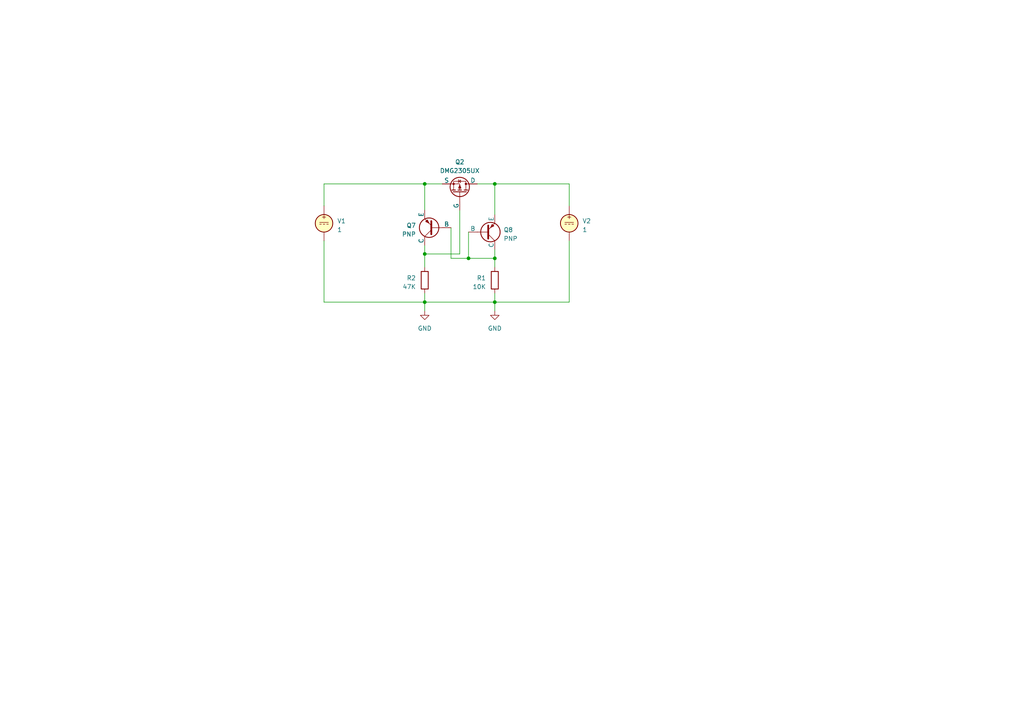
<source format=kicad_sch>
(kicad_sch (version 20230121) (generator eeschema)
  (paper "A4")
  (lib_symbols
    (symbol "Device:R" (pin_numbers hide) (pin_names (offset 0))
      (property "Reference" "R" (at 2.032 0 90))
      (property "Value" "R" (at 0 0 90))
      (symbol "R_0_1"
        (rectangle (start -1.016 -2.54) (end 1.016 2.54) (stroke (width 0.254)))
      )
      (symbol "R_1_1"
        (pin passive line (at 0 3.81 270) (length 1.27) (name "~") (number "1"))
        (pin passive line (at 0 -3.81 90) (length 1.27) (name "~") (number "2"))
      )
    )
    (symbol "GND_1" (power) (pin_names (offset 0))
      (property "Value" "GND_1" (at 0 -3.81 0))
      (symbol "GND_1_0_1"
        (polyline (pts (xy 0 0) (xy 0 -1.27) (xy 1.27 -1.27) (xy 0 -2.54) (xy -1.27 -1.27) (xy 0 -1.27)))
      )
      (symbol "GND_1_1_1"
        (pin power_in line (at 0 0 270) (length 0) hide (name "GND") (number "1"))
      )
    )
    (symbol "Simulation_SPICE:PMOS" (pin_numbers hide) (pin_names (offset 0))
      (property "Reference" "Q" (at 5.08 1.27 0))
      (property "Value" "PMOS" (at 5.08 -1.27 0))
      (symbol "PMOS_0_1"
        (polyline (pts (xy 0.254 0) (xy -2.54 0)))
        (polyline (pts (xy 0.254 1.905) (xy 0.254 -1.905)) (stroke (width 0.254)))
        (polyline (pts (xy 0.762 -1.27) (xy 0.762 -2.286)) (stroke (width 0.254)))
        (polyline (pts (xy 0.762 0.508) (xy 0.762 -0.508)) (stroke (width 0.254)))
        (polyline (pts (xy 0.762 2.286) (xy 0.762 1.27)) (stroke (width 0.254)))
        (polyline (pts (xy 2.54 2.54) (xy 2.54 1.778)))
        (polyline (pts (xy 2.54 -2.54) (xy 2.54 0) (xy 0.762 0)))
        (polyline (pts (xy 0.762 1.778) (xy 3.302 1.778) (xy 3.302 -1.778) (xy 0.762 -1.778)))
        (polyline (pts (xy 2.286 0) (xy 1.27 0.381) (xy 1.27 -0.381) (xy 2.286 0)) (fill (type outline)))
        (polyline (pts (xy 2.794 -0.508) (xy 2.921 -0.381) (xy 3.683 -0.381) (xy 3.81 -0.254)))
        (polyline (pts (xy 3.302 -0.381) (xy 2.921 0.254) (xy 3.683 0.254) (xy 3.302 -0.381)))
        (circle (center 1.651 0) (radius 2.794) (stroke (width 0.254)))
        (circle (center 2.54 -1.778) (radius 0.254) (fill (type outline)))
        (circle (center 2.54 1.778) (radius 0.254) (fill (type outline)))
      )
      (symbol "PMOS_1_1"
        (pin passive line (at 2.54 5.08 270) (length 2.54) (name "D") (number "1"))
        (pin input line (at -5.08 0 0) (length 2.54) (name "G") (number "2"))
        (pin passive line (at 2.54 -5.08 90) (length 2.54) (name "S") (number "3"))
      )
    )
    (symbol "Simulation_SPICE:PNP" (pin_numbers hide) (pin_names (offset 0))
      (property "Reference" "Q" (at -2.54 7.62 0))
      (property "Value" "PNP" (at -2.54 5.08 0))
      (symbol "PNP_0_1"
        (polyline (pts (xy -2.54 0) (xy 0.635 0)) (stroke (width 0.1524)))
        (polyline (pts (xy 0.635 0.635) (xy 2.54 2.54)))
        (polyline (pts (xy 0.635 -0.635) (xy 2.54 -2.54) (xy 2.54 -2.54)))
        (polyline (pts (xy 0.635 1.905) (xy 0.635 -1.905) (xy 0.635 -1.905)) (stroke (width 0.508)))
        (polyline (pts (xy 2.286 -1.778) (xy 1.778 -2.286) (xy 1.27 -1.27) (xy 2.286 -1.778) (xy 2.286 -1.778)) (fill (type outline)))
        (circle (center 1.27 0) (radius 2.8194) (stroke (width 0.254)))
      )
      (symbol "PNP_1_1"
        (pin open_collector line (at 2.54 5.08 270) (length 2.54) (name "C") (number "1"))
        (pin input line (at -5.08 0 0) (length 2.54) (name "B") (number "2"))
        (pin open_emitter line (at 2.54 -5.08 90) (length 2.54) (name "E") (number "3"))
      )
    )
    (symbol "Simulation_SPICE:VDC" (pin_numbers hide) (pin_names (offset 0.0254))
      (property "Reference" "V" (at 2.54 2.54 0))
      (property "Value" "1" (at 2.54 0 0))
      (symbol "VDC_0_0"
        (polyline (pts (xy -1.27 0.254) (xy 1.27 0.254)))
        (polyline (pts (xy -0.762 -0.254) (xy -1.27 -0.254)))
        (polyline (pts (xy 0.254 -0.254) (xy -0.254 -0.254)))
        (polyline (pts (xy 1.27 -0.254) (xy 0.762 -0.254)))
        (text "+" (at 0 1.905 0) (effects (font (size 1.27 1.27))))
      )
      (symbol "VDC_0_1"
        (circle (center 0 0) (radius 2.54) (stroke (width 0.254)) (fill (type background)))
      )
      (symbol "VDC_1_1"
        (pin passive line (at 0 5.08 270) (length 2.54) (name "~") (number "1"))
        (pin passive line (at 0 -5.08 90) (length 2.54) (name "~") (number "2"))
      )
    )
  )
  (junction (at 123.19 73.66))
  (junction (at 135.89 74.93))
  (junction (at 123.19 53.34))
  (junction (at 143.51 87.63))
  (junction (at 123.19 87.63))
  (junction (at 143.51 74.93))
  (junction (at 143.51 53.34))
  (wire (pts (xy 143.51 53.34) (xy 138.43 53.34)))
  (wire (pts (xy 143.51 53.34) (xy 165.1 53.34)))
  (wire (pts (xy 123.19 71.12) (xy 123.19 73.66)))
  (wire (pts (xy 123.19 90.17) (xy 123.19 87.63)))
  (wire (pts (xy 143.51 74.93) (xy 143.51 72.39)))
  (wire (pts (xy 135.89 74.93) (xy 143.51 74.93)))
  (wire (pts (xy 93.98 69.85) (xy 93.98 87.63)))
  (wire (pts (xy 123.19 73.66) (xy 123.19 77.47)))
  (wire (pts (xy 123.19 73.66) (xy 133.35 73.66)))
  (wire (pts (xy 123.19 87.63) (xy 123.19 85.09)))
  (wire (pts (xy 143.51 74.93) (xy 143.51 77.47)))
  (wire (pts (xy 93.98 59.69) (xy 93.98 53.34)))
  (wire (pts (xy 93.98 87.63) (xy 123.19 87.63)))
  (wire (pts (xy 165.1 69.85) (xy 165.1 87.63)))
  (wire (pts (xy 93.98 53.34) (xy 123.19 53.34)))
  (wire (pts (xy 133.35 73.66) (xy 133.35 60.96)))
  (wire (pts (xy 143.51 87.63) (xy 143.51 85.09)))
  (wire (pts (xy 143.51 90.17) (xy 143.51 87.63)))
  (wire (pts (xy 130.81 74.93) (xy 135.89 74.93)))
  (wire (pts (xy 135.89 67.31) (xy 135.89 74.93)))
  (wire (pts (xy 165.1 87.63) (xy 143.51 87.63)))
  (wire (pts (xy 143.51 53.34) (xy 143.51 62.23)))
  (wire (pts (xy 165.1 53.34) (xy 165.1 59.69)))
  (wire (pts (xy 123.19 87.63) (xy 143.51 87.63)))
  (wire (pts (xy 128.27 53.34) (xy 123.19 53.34)))
  (wire (pts (xy 123.19 53.34) (xy 123.19 60.96)))
  (wire (pts (xy 130.81 66.04) (xy 130.81 74.93)))
  (symbol (lib_name "GND_1") (lib_id "power:GND") (at 123.19 90.17 0) (mirror y) (unit 1)
    (property "Reference" "#PWR03" (effects hide))
    (property "Value" "GND" (at 123.19 95.25 0))
    (instances (project "AuxBoard" (path "" (reference "#PWR03") (unit 1)) (path "" (reference "#PWR09") (unit 1))))
  )
  (symbol (lib_id "Simulation_SPICE:VDC") (at 93.98 64.77 0) (unit 1)
    (property "Reference" "V1" (at 97.79 64.0992 0) (effects (justify left)))
    (property "Value" "1" (at 97.79 66.6392 0) (effects (justify left)))
    (property "Sim.Pins" "1=+ 2=-" (effects hide))
    (property "Sim.Type" "DC" (effects hide))
    (property "Sim.Device" "V" (effects hide))
  )
  (symbol (lib_id "Simulation_SPICE:PNP") (at 140.97 67.31 0) (mirror x) (unit 1)
    (property "Reference" "Q8" (at 146.05 66.675 0) (effects (justify left)))
    (property "Value" "PNP" (at 146.05 69.215 0) (effects (justify left)))
    (property "Sim.Device" "PNP" (effects hide))
    (property "Sim.Type" "GUMMELPOON" (effects hide))
    (property "Sim.Pins" "1=C 2=B 3=E" (effects hide))
  )
  (symbol (lib_id "Device:R") (at 123.19 81.28 0) (mirror x) (unit 1)
    (property "Reference" "R2" (at 120.65 80.645 0) (effects (justify right)))
    (property "Value" "47K" (at 120.65 83.185 0) (effects (justify right)))
    (instances (project "AuxBoard" (path "" (reference "R2") (unit 1)) (path "" (reference "R4") (unit 1))))
  )
  (symbol (lib_id "Simulation_SPICE:PNP") (at 125.73 66.04 180) (unit 1)
    (property "Reference" "Q7" (at 120.65 65.405 0) (effects (justify left)))
    (property "Value" "PNP" (at 120.65 67.945 0) (effects (justify left)))
    (property "Sim.Device" "PNP" (effects hide))
    (property "Sim.Type" "GUMMELPOON" (effects hide))
    (property "Sim.Pins" "1=C 2=B 3=E" (effects hide))
  )
  (symbol (lib_id "Simulation_SPICE:VDC") (at 165.1 64.77 0) (unit 1)
    (property "Reference" "V2" (at 168.91 64.0992 0) (effects (justify left)))
    (property "Value" "1" (at 168.91 66.6392 0) (effects (justify left)))
    (property "Sim.Pins" "1=+ 2=-" (effects hide))
    (property "Sim.Type" "DC" (effects hide))
    (property "Sim.Device" "V" (effects hide))
  )
  (symbol (lib_id "Device:R") (at 143.51 81.28 0) (mirror x) (unit 1)
    (property "Reference" "R1" (at 140.97 80.645 0) (effects (justify right)))
    (property "Value" "10K" (at 140.97 83.185 0) (effects (justify right)))
    (instances (project "AuxBoard" (path "" (reference "R1") (unit 1)) (path "" (reference "R5") (unit 1))))
  )
  (symbol (lib_id "Simulation_SPICE:PMOS") (at 133.35 55.88 270) (mirror x) (unit 1)
    (property "Reference" "Q2" (at 133.35 46.99 90))
    (property "Value" "DMG2305UX" (at 133.35 49.53 90))
    (property "Datasheet" "https://ngspice.sourceforge.io/docs/ngspice-manual.pdf" (effects hide))
    (property "Sim.Device" "PMOS" (effects hide))
    (property "Sim.Type" "VDMOS" (effects hide))
    (property "Sim.Pins" "1=D 2=G 3=S" (effects hide))
    (instances (project "AuxBoard" (path "" (reference "Q2") (unit 1)) (path "" (reference "Q6") (unit 1))))
  )
  (symbol (lib_name "GND_1") (lib_id "power:GND") (at 143.51 90.17 0) (mirror y) (unit 1)
    (property "Reference" "#PWR04" (effects hide))
    (property "Value" "GND" (at 143.51 95.25 0))
    (instances (project "AuxBoard" (path "" (reference "#PWR04") (unit 1)) (path "" (reference "#PWR010") (unit 1))))
  )
)
</source>
